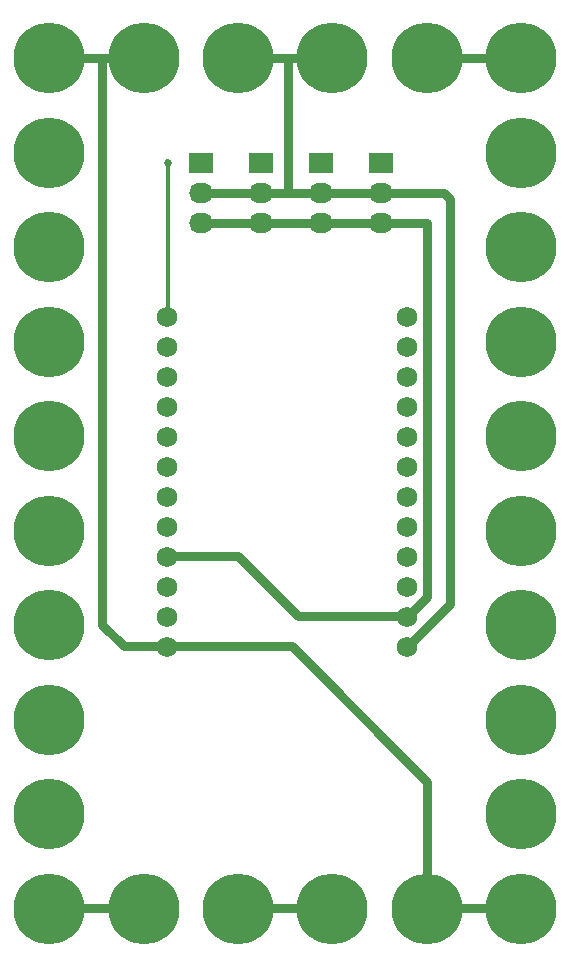
<source format=gbl>
%TF.GenerationSoftware,KiCad,Pcbnew,4.0.7-e2-6376~58~ubuntu16.04.1*%
%TF.CreationDate,2018-07-15T21:42:55-07:00*%
%TF.ProjectId,6x9-Photon-Breakout,3678392D50686F746F6E2D427265616B,1.0*%
%TF.FileFunction,Copper,L2,Bot,Signal*%
%FSLAX46Y46*%
G04 Gerber Fmt 4.6, Leading zero omitted, Abs format (unit mm)*
G04 Created by KiCad (PCBNEW 4.0.7-e2-6376~58~ubuntu16.04.1) date Sun Jul 15 21:42:55 2018*
%MOMM*%
%LPD*%
G01*
G04 APERTURE LIST*
%ADD10C,0.350000*%
%ADD11R,2.032000X1.727200*%
%ADD12O,2.032000X1.727200*%
%ADD13C,6.000000*%
%ADD14C,1.727200*%
%ADD15C,0.685800*%
%ADD16C,0.762000*%
%ADD17C,0.330200*%
%ADD18C,0.330200*%
%ADD19C,0.350000*%
G04 APERTURE END LIST*
D10*
D11*
X87122000Y-40640000D03*
D12*
X87122000Y-43180000D03*
X87122000Y-45720000D03*
D11*
X82042000Y-40640000D03*
D12*
X82042000Y-43180000D03*
X82042000Y-45720000D03*
D11*
X76962000Y-40640000D03*
D12*
X76962000Y-43180000D03*
X76962000Y-45720000D03*
D11*
X71882000Y-40640000D03*
D12*
X71882000Y-43180000D03*
X71882000Y-45720000D03*
D13*
X98999000Y-71800000D03*
X99000000Y-79800000D03*
X99000000Y-95800000D03*
X99000000Y-63800000D03*
X99000000Y-87800000D03*
X98999000Y-55800000D03*
X98999000Y-47800000D03*
X59000000Y-103800000D03*
X66999000Y-103800000D03*
X74999000Y-103800000D03*
X90999000Y-103800000D03*
X74999000Y-31800000D03*
X82999000Y-31800000D03*
X59000000Y-31800000D03*
X66999000Y-31800000D03*
X98999000Y-31800000D03*
X58999000Y-47800000D03*
X58999000Y-55800000D03*
X58999000Y-63800000D03*
X58999000Y-71800000D03*
X58999000Y-79800000D03*
X58999000Y-87800000D03*
X58999000Y-95800000D03*
X98999000Y-103800000D03*
X98999000Y-39800000D03*
X58999000Y-39800000D03*
X82999000Y-103800000D03*
X90999000Y-31800000D03*
D14*
X89336238Y-81643854D03*
X89336238Y-79103854D03*
X89336238Y-76563854D03*
X89336238Y-74023854D03*
X89336238Y-71483854D03*
X89336238Y-68943854D03*
X89336238Y-66403854D03*
X89336238Y-63863854D03*
X89336238Y-61323854D03*
X89336238Y-58783854D03*
X89336238Y-56243854D03*
X89336238Y-53703854D03*
X69016238Y-56243854D03*
X69016238Y-76563854D03*
X69016238Y-61323854D03*
X69016238Y-58783854D03*
X69016238Y-79103854D03*
X69016238Y-71483854D03*
X69016238Y-81643854D03*
X69016238Y-68943854D03*
X69016238Y-66403854D03*
X69016238Y-63863854D03*
X69016238Y-74023854D03*
X69016238Y-53703854D03*
D15*
X69088000Y-40640000D03*
D16*
X92964000Y-43688000D02*
X92964000Y-78011092D01*
X92964000Y-78011092D02*
X89374238Y-81600854D01*
X92456000Y-43180000D02*
X92964000Y-43688000D01*
X87122000Y-43180000D02*
X92456000Y-43180000D01*
X75037000Y-103757000D02*
X83037000Y-103757000D01*
X79248000Y-43180000D02*
X76962000Y-43180000D01*
X82042000Y-43180000D02*
X79248000Y-43180000D01*
X79248000Y-43180000D02*
X79248000Y-31788640D01*
X79248000Y-31788640D02*
X79279640Y-31757000D01*
X71882000Y-43180000D02*
X76962000Y-43180000D01*
X87122000Y-43180000D02*
X82042000Y-43180000D01*
X75037000Y-31757000D02*
X79279640Y-31757000D01*
X79279640Y-31757000D02*
X83037000Y-31757000D01*
X91037000Y-93069000D02*
X79568854Y-81600854D01*
X79568854Y-81600854D02*
X69054238Y-81600854D01*
X91037000Y-103757000D02*
X91037000Y-93069000D01*
X63500000Y-31757000D02*
X63500000Y-79756000D01*
X63500000Y-79756000D02*
X65344854Y-81600854D01*
X65344854Y-81600854D02*
X69054238Y-81600854D01*
X63280640Y-31757000D02*
X63500000Y-31757000D01*
X63500000Y-31757000D02*
X67037000Y-31757000D01*
X91037000Y-103757000D02*
X99037000Y-103757000D01*
X59038000Y-31757000D02*
X63280640Y-31757000D01*
X91037000Y-77398092D02*
X91037000Y-45720000D01*
X88900000Y-45720000D02*
X91037000Y-45720000D01*
X89374238Y-79060854D02*
X91037000Y-77398092D01*
X74996854Y-73980854D02*
X80076854Y-79060854D01*
X80076854Y-79060854D02*
X89374238Y-79060854D01*
X69054238Y-73980854D02*
X74996854Y-73980854D01*
X59038000Y-103757000D02*
X67037000Y-103757000D01*
X87122000Y-45720000D02*
X88900000Y-45720000D01*
X82042000Y-45720000D02*
X87122000Y-45720000D01*
X76962000Y-45720000D02*
X82042000Y-45720000D01*
X71882000Y-45720000D02*
X76962000Y-45720000D01*
X91037000Y-31757000D02*
X95279640Y-31757000D01*
X95279640Y-31757000D02*
X99037000Y-31757000D01*
D17*
X59042000Y-47752000D02*
X59037000Y-47757000D01*
X69054238Y-53660854D02*
X69054238Y-40673762D01*
X69054238Y-40673762D02*
X69088000Y-40640000D01*
D18*
X69088000Y-40640000D03*
D19*
X87122000Y-40640000D03*
X87122000Y-43180000D03*
X87122000Y-45720000D03*
X82042000Y-40640000D03*
X82042000Y-43180000D03*
X82042000Y-45720000D03*
X76962000Y-40640000D03*
X76962000Y-43180000D03*
X76962000Y-45720000D03*
X71882000Y-40640000D03*
X71882000Y-43180000D03*
X71882000Y-45720000D03*
X98999000Y-71800000D03*
X99000000Y-79800000D03*
X99000000Y-95800000D03*
X99000000Y-63800000D03*
X99000000Y-87800000D03*
X98999000Y-55800000D03*
X98999000Y-47800000D03*
X59000000Y-103800000D03*
X66999000Y-103800000D03*
X74999000Y-103800000D03*
X90999000Y-103800000D03*
X74999000Y-31800000D03*
X82999000Y-31800000D03*
X59000000Y-31800000D03*
X66999000Y-31800000D03*
X98999000Y-31800000D03*
X58999000Y-47800000D03*
X58999000Y-55800000D03*
X58999000Y-63800000D03*
X58999000Y-71800000D03*
X58999000Y-79800000D03*
X58999000Y-87800000D03*
X58999000Y-95800000D03*
X98999000Y-103800000D03*
X98999000Y-39800000D03*
X58999000Y-39800000D03*
X82999000Y-103800000D03*
X90999000Y-31800000D03*
X89336238Y-81643854D03*
X89336238Y-79103854D03*
X89336238Y-76563854D03*
X89336238Y-74023854D03*
X89336238Y-71483854D03*
X89336238Y-68943854D03*
X89336238Y-66403854D03*
X89336238Y-63863854D03*
X89336238Y-61323854D03*
X89336238Y-58783854D03*
X89336238Y-56243854D03*
X89336238Y-53703854D03*
X69016238Y-56243854D03*
X69016238Y-76563854D03*
X69016238Y-61323854D03*
X69016238Y-58783854D03*
X69016238Y-79103854D03*
X69016238Y-71483854D03*
X69016238Y-81643854D03*
X69016238Y-68943854D03*
X69016238Y-66403854D03*
X69016238Y-63863854D03*
X69016238Y-74023854D03*
X69016238Y-53703854D03*
M02*

</source>
